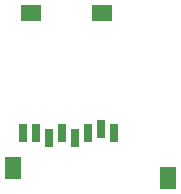
<source format=gbr>
G04 EAGLE Gerber RS-274X export*
G75*
%MOMM*%
%FSLAX34Y34*%
%LPD*%
%INSolderpaste Top*%
%IPPOS*%
%AMOC8*
5,1,8,0,0,1.08239X$1,22.5*%
G01*
%ADD10R,1.400000X1.900000*%
%ADD11R,1.800000X1.400000*%
%ADD12R,0.700000X1.500000*%


D10*
X54800Y174226D03*
X186800Y165226D03*
D11*
X70800Y305226D03*
X130800Y305226D03*
D12*
X63800Y203226D03*
X74800Y203226D03*
X85800Y199226D03*
X96800Y203226D03*
X107800Y199226D03*
X118800Y203226D03*
X129800Y207226D03*
X140800Y203226D03*
M02*

</source>
